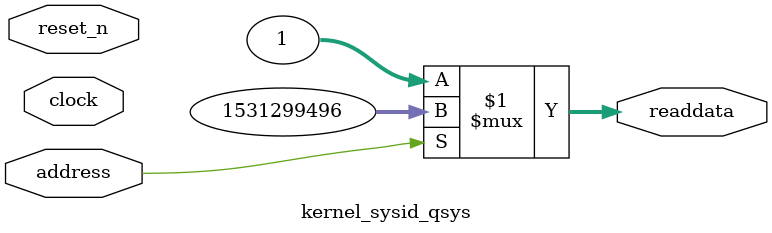
<source format=v>

`timescale 1ns / 1ps
// synthesis translate_on

// turn off superfluous verilog processor warnings 
// altera message_level Level1 
// altera message_off 10034 10035 10036 10037 10230 10240 10030 

module kernel_sysid_qsys (
               // inputs:
                address,
                clock,
                reset_n,

               // outputs:
                readdata
             )
;

  output  [ 31: 0] readdata;
  input            address;
  input            clock;
  input            reset_n;

  wire    [ 31: 0] readdata;
  //control_slave, which is an e_avalon_slave
  assign readdata = address ? 1531299496 : 1;

endmodule




</source>
